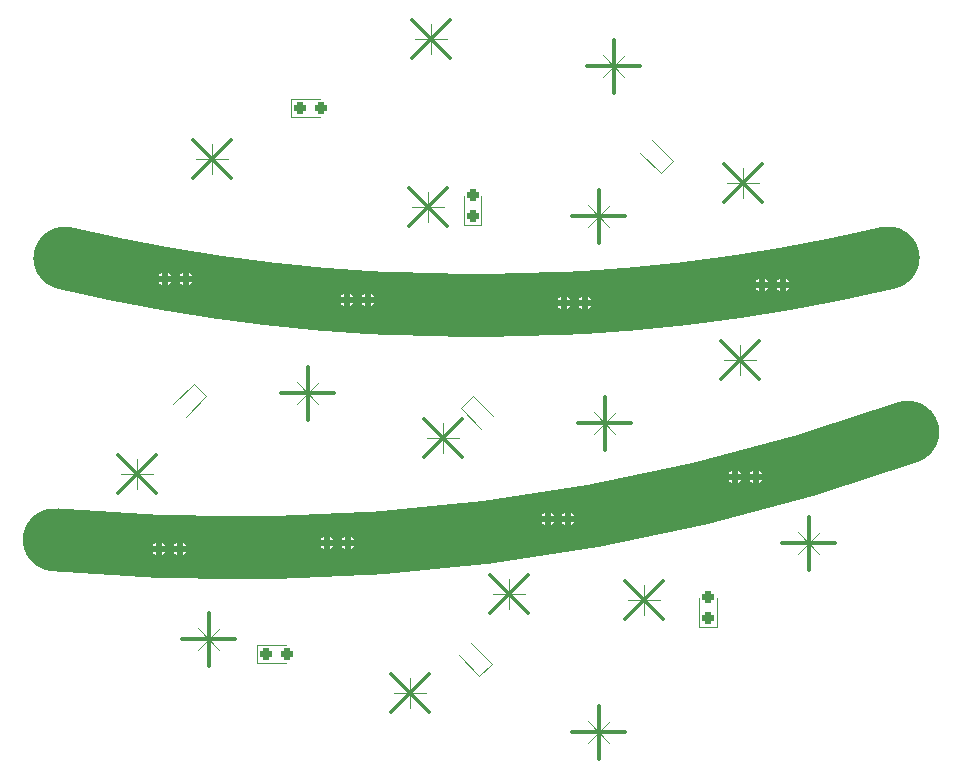
<source format=gto>
%TF.GenerationSoftware,KiCad,Pcbnew,8.0.6*%
%TF.CreationDate,2024-11-04T22:38:12+01:00*%
%TF.ProjectId,christmas_ornament_2024,63687269-7374-46d6-9173-5f6f726e616d,1.0*%
%TF.SameCoordinates,Original*%
%TF.FileFunction,Legend,Top*%
%TF.FilePolarity,Positive*%
%FSLAX46Y46*%
G04 Gerber Fmt 4.6, Leading zero omitted, Abs format (unit mm)*
G04 Created by KiCad (PCBNEW 8.0.6) date 2024-11-04 22:38:12*
%MOMM*%
%LPD*%
G01*
G04 APERTURE LIST*
G04 Aperture macros list*
%AMRoundRect*
0 Rectangle with rounded corners*
0 $1 Rounding radius*
0 $2 $3 $4 $5 $6 $7 $8 $9 X,Y pos of 4 corners*
0 Add a 4 corners polygon primitive as box body*
4,1,4,$2,$3,$4,$5,$6,$7,$8,$9,$2,$3,0*
0 Add four circle primitives for the rounded corners*
1,1,$1+$1,$2,$3*
1,1,$1+$1,$4,$5*
1,1,$1+$1,$6,$7*
1,1,$1+$1,$8,$9*
0 Add four rect primitives between the rounded corners*
20,1,$1+$1,$2,$3,$4,$5,0*
20,1,$1+$1,$4,$5,$6,$7,0*
20,1,$1+$1,$6,$7,$8,$9,0*
20,1,$1+$1,$8,$9,$2,$3,0*%
G04 Aperture macros list end*
%ADD10C,5.300000*%
%ADD11C,0.300000*%
%ADD12C,0.120000*%
%ADD13RoundRect,0.237500X0.371231X-0.035355X-0.035355X0.371231X-0.371231X0.035355X0.035355X-0.371231X0*%
%ADD14RoundRect,0.237500X-0.287500X-0.237500X0.287500X-0.237500X0.287500X0.237500X-0.287500X0.237500X0*%
%ADD15RoundRect,0.237500X0.237500X-0.287500X0.237500X0.287500X-0.237500X0.287500X-0.237500X-0.287500X0*%
%ADD16RoundRect,0.237500X-0.371231X0.035355X0.035355X-0.371231X0.371231X-0.035355X-0.035355X0.371231X0*%
%ADD17RoundRect,0.237500X0.035355X0.371231X-0.371231X-0.035355X-0.035355X-0.371231X0.371231X0.035355X0*%
%ADD18C,0.900000*%
G04 APERTURE END LIST*
D10*
X189666806Y-95040452D02*
G75*
G02*
X117394765Y-104156884I-56896006J160020052D01*
G01*
X188002469Y-80281651D02*
G75*
G02*
X118292805Y-80308455I-34911669J147801151D01*
G01*
D11*
X161254806Y-120440453D02*
X165754807Y-120440453D01*
D12*
X162606780Y-119542427D02*
X164402832Y-121338479D01*
D11*
X163504806Y-122690453D02*
X163504806Y-118190452D01*
D12*
X164447733Y-119497526D02*
X162561879Y-121383380D01*
D11*
X122797816Y-97005463D02*
X125979797Y-100187444D01*
X122797816Y-100187443D02*
X125979797Y-97005462D01*
D12*
X124388806Y-97326453D02*
X124388806Y-99866453D01*
X125722306Y-98596453D02*
X123055306Y-98596453D01*
D11*
X148705816Y-93957463D02*
X151887797Y-97139444D01*
X148705816Y-97139443D02*
X151887797Y-93957462D01*
D12*
X150296806Y-94278453D02*
X150296806Y-96818453D01*
X151630306Y-95548453D02*
X148963306Y-95548453D01*
X151640679Y-113933773D02*
X153380162Y-115673256D01*
X153380162Y-115673256D02*
X154419609Y-114633809D01*
X154419609Y-114633809D02*
X152680126Y-112894326D01*
D11*
X161254806Y-76752453D02*
X165754807Y-76752453D01*
D12*
X162606780Y-75854427D02*
X164402832Y-77650479D01*
D11*
X163504806Y-79002453D02*
X163504806Y-74502452D01*
D12*
X164447733Y-75809526D02*
X162561879Y-77695380D01*
X141411806Y-83129453D02*
X141411806Y-84599453D01*
X141411806Y-84599453D02*
X143871806Y-84599453D01*
X143871806Y-83129453D02*
X141411806Y-83129453D01*
X125522806Y-104211453D02*
X125522806Y-105681453D01*
X125522806Y-105681453D02*
X127982806Y-105681453D01*
X127982806Y-104211453D02*
X125522806Y-104211453D01*
D11*
X147689816Y-60175463D02*
X150871797Y-63357444D01*
X147689816Y-63357443D02*
X150871797Y-60175462D01*
D12*
X149280806Y-60496453D02*
X149280806Y-63036453D01*
X150614306Y-61766453D02*
X147947306Y-61766453D01*
D11*
X129147816Y-70335463D02*
X132329797Y-73517444D01*
X129147816Y-73517443D02*
X132329797Y-70335462D01*
D12*
X130738806Y-70656453D02*
X130738806Y-73196453D01*
X132072306Y-71926453D02*
X129405306Y-71926453D01*
X172024524Y-109085452D02*
X172024524Y-111545452D01*
X172024524Y-111545452D02*
X173494524Y-111545452D01*
X173494524Y-111545452D02*
X173494524Y-109085452D01*
D11*
X173851816Y-87353463D02*
X177033797Y-90535444D01*
X173851816Y-90535443D02*
X177033797Y-87353462D01*
D12*
X175442806Y-87674453D02*
X175442806Y-90214453D01*
X176776306Y-88944453D02*
X174109306Y-88944453D01*
X151794567Y-93005661D02*
X153534050Y-94745144D01*
X152834014Y-91966214D02*
X151794567Y-93005661D01*
X154573497Y-93705697D02*
X152834014Y-91966214D01*
D11*
X136616806Y-91738453D02*
X141116807Y-91738453D01*
D12*
X137968780Y-90840427D02*
X139764832Y-92636479D01*
D11*
X138866806Y-93988453D02*
X138866806Y-89488452D01*
D12*
X139809733Y-90795526D02*
X137923879Y-92681380D01*
X126030806Y-81351453D02*
X126030806Y-82821453D01*
X126030806Y-82821453D02*
X128490806Y-82821453D01*
X128490806Y-81351453D02*
X126030806Y-81351453D01*
X176576806Y-81859453D02*
X176576806Y-83329453D01*
X176576806Y-83329453D02*
X179036806Y-83329453D01*
X179036806Y-81859453D02*
X176576806Y-81859453D01*
D11*
X162524806Y-64052453D02*
X167024807Y-64052453D01*
D12*
X163876780Y-63154427D02*
X165672832Y-64950479D01*
D11*
X164774806Y-66302453D02*
X164774806Y-61802452D01*
D12*
X165717733Y-63109526D02*
X163831879Y-64995380D01*
X137460806Y-66873453D02*
X137460806Y-68343453D01*
X137460806Y-68343453D02*
X139920806Y-68343453D01*
X139920806Y-66873453D02*
X137460806Y-66873453D01*
X128517562Y-93729144D02*
X130257045Y-91989661D01*
X129217598Y-90950214D02*
X127478115Y-92689697D01*
X130257045Y-91989661D02*
X129217598Y-90950214D01*
X158401806Y-101671453D02*
X158401806Y-103141453D01*
X158401806Y-103141453D02*
X160861806Y-103141453D01*
X160861806Y-101671453D02*
X158401806Y-101671453D01*
D11*
X128234806Y-112566453D02*
X132734807Y-112566453D01*
D12*
X129586780Y-111668427D02*
X131382832Y-113464479D01*
D11*
X130484806Y-114816453D02*
X130484806Y-110316452D01*
D12*
X131427733Y-111623526D02*
X129541879Y-113509380D01*
D11*
X147435816Y-74399463D02*
X150617797Y-77581444D01*
X147435816Y-77581443D02*
X150617797Y-74399462D01*
D12*
X149026806Y-74720453D02*
X149026806Y-77260453D01*
X150360306Y-75990453D02*
X147693306Y-75990453D01*
D11*
X174105816Y-72367463D02*
X177287797Y-75549444D01*
X174105816Y-75549443D02*
X177287797Y-72367462D01*
D12*
X175696806Y-72688453D02*
X175696806Y-75228453D01*
X177030306Y-73958453D02*
X174363306Y-73958453D01*
X134553806Y-113101453D02*
X134553806Y-114571453D01*
X134553806Y-114571453D02*
X137013806Y-114571453D01*
X137013806Y-113101453D02*
X134553806Y-113101453D01*
X152101806Y-75077454D02*
X152101806Y-77537454D01*
X152101806Y-77537454D02*
X153571806Y-77537454D01*
X153571806Y-77537454D02*
X153571806Y-75077454D01*
D11*
X165723816Y-107673463D02*
X168905797Y-110855444D01*
X165723816Y-110855443D02*
X168905797Y-107673462D01*
D12*
X167314806Y-107994453D02*
X167314806Y-110534453D01*
X168648306Y-109264453D02*
X165981306Y-109264453D01*
X159812806Y-83383453D02*
X159812806Y-84853453D01*
X159812806Y-84853453D02*
X162272806Y-84853453D01*
X162272806Y-83383453D02*
X159812806Y-83383453D01*
D11*
X145911816Y-115547463D02*
X149093797Y-118729444D01*
X145911816Y-118729443D02*
X149093797Y-115547462D01*
D12*
X147502806Y-115868453D02*
X147502806Y-118408453D01*
X148836306Y-117138453D02*
X146169306Y-117138453D01*
D11*
X161762806Y-94278453D02*
X166262807Y-94278453D01*
D12*
X163114780Y-93380427D02*
X164910832Y-95176479D01*
D11*
X164012806Y-96528453D02*
X164012806Y-92028452D01*
D12*
X164955733Y-93335526D02*
X163069879Y-95221380D01*
D11*
X179034806Y-104438453D02*
X183534807Y-104438453D01*
D12*
X180386780Y-103540427D02*
X182182832Y-105336479D01*
D11*
X181284806Y-106688453D02*
X181284806Y-102188452D01*
D12*
X182227733Y-103495526D02*
X180341879Y-105381380D01*
X139746806Y-103703453D02*
X139746806Y-105173453D01*
X139746806Y-105173453D02*
X142206806Y-105173453D01*
X142206806Y-103703453D02*
X139746806Y-103703453D01*
X174290806Y-98115453D02*
X174290806Y-99585453D01*
X174290806Y-99585453D02*
X176750806Y-99585453D01*
X176750806Y-98115453D02*
X174290806Y-98115453D01*
D11*
X154293816Y-107165463D02*
X157475797Y-110347444D01*
X154293816Y-110347443D02*
X157475797Y-107165462D01*
D12*
X155884806Y-107486453D02*
X155884806Y-110026453D01*
X157218306Y-108756453D02*
X154551306Y-108756453D01*
X166991397Y-71372491D02*
X168730880Y-73111974D01*
X168730880Y-73111974D02*
X169770327Y-72072527D01*
X169770327Y-72072527D02*
X168030844Y-70333044D01*
%LPC*%
D13*
X153344806Y-114598453D03*
X152107370Y-113361017D03*
D14*
X142196806Y-83864453D03*
X143946806Y-83864453D03*
X126307806Y-104946453D03*
X128057806Y-104946453D03*
D15*
X172759524Y-110760451D03*
X172759524Y-109010453D03*
D16*
X152869370Y-93041017D03*
X154106806Y-94278453D03*
D14*
X126815806Y-82086453D03*
X128565806Y-82086453D03*
X177361806Y-82594453D03*
X179111806Y-82594453D03*
X138245806Y-67608453D03*
X139995806Y-67608453D03*
D17*
X129182242Y-92025017D03*
X127944806Y-93262453D03*
D14*
X159186806Y-102406453D03*
X160936806Y-102406453D03*
X135338806Y-113836453D03*
X137088806Y-113836453D03*
D15*
X152836806Y-76752453D03*
X152836806Y-75002455D03*
D14*
X160597806Y-84118453D03*
X162347806Y-84118453D03*
X140531806Y-104438453D03*
X142281806Y-104438453D03*
X175075806Y-98850453D03*
X176825806Y-98850453D03*
D13*
X168695524Y-72037171D03*
X167458088Y-70799735D03*
D18*
X176802126Y-114763133D03*
X174680806Y-116884453D03*
%LPD*%
M02*

</source>
